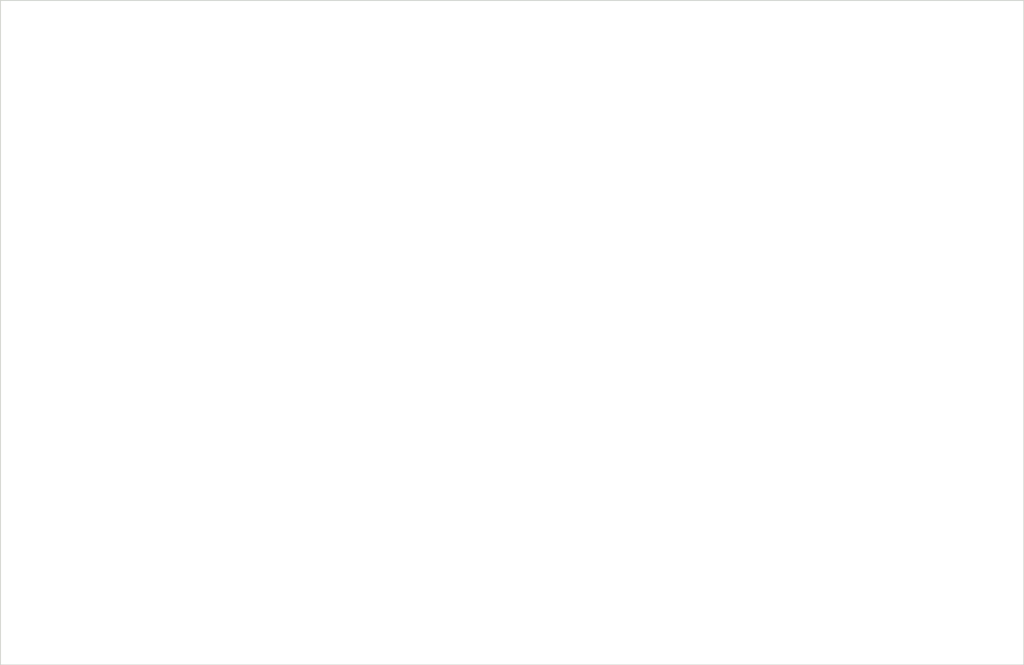
<source format=kicad_pcb>
(kicad_pcb (version 20221018) (generator pcbnew)

  (general
    (thickness 1.64592)
  )

  (paper "B")
  (layers
    (0 "F.Cu" signal)
    (31 "B.Cu" signal)
    (32 "B.Adhes" user "B.Adhesive")
    (33 "F.Adhes" user "F.Adhesive")
    (34 "B.Paste" user)
    (35 "F.Paste" user)
    (36 "B.SilkS" user "B.Silkscreen")
    (37 "F.SilkS" user "F.Silkscreen")
    (38 "B.Mask" user)
    (39 "F.Mask" user)
    (40 "Dwgs.User" user "User.Drawings")
    (41 "Cmts.User" user "User.Comments")
    (42 "Eco1.User" user "User.Eco1")
    (43 "Eco2.User" user "User.Eco2")
    (44 "Edge.Cuts" user)
    (45 "Margin" user)
    (46 "B.CrtYd" user "B.Courtyard")
    (47 "F.CrtYd" user "F.Courtyard")
    (48 "B.Fab" user)
    (49 "F.Fab" user)
    (50 "User.1" user)
    (51 "User.2" user)
    (52 "User.3" user)
    (53 "User.4" user)
    (54 "User.5" user)
    (55 "User.6" user)
    (56 "User.7" user)
    (57 "User.8" user)
    (58 "User.9" user)
  )

  (setup
    (stackup
      (layer "F.SilkS" (type "Top Silk Screen") (color "White") (material "Liquid Photo"))
      (layer "F.Paste" (type "Top Solder Paste"))
      (layer "F.Mask" (type "Top Solder Mask") (thickness 0.0254) (material "Dry Film") (epsilon_r 3.3) (loss_tangent 0))
      (layer "F.Cu" (type "copper") (thickness 0.03556))
      (layer "dielectric 1" (type "core") (thickness 1.524) (material "FR4") (epsilon_r 4.5) (loss_tangent 0.02))
      (layer "B.Cu" (type "copper") (thickness 0.03556))
      (layer "B.Mask" (type "Bottom Solder Mask") (thickness 0.0254) (material "Dry Film") (epsilon_r 3.3) (loss_tangent 0))
      (layer "B.Paste" (type "Bottom Solder Paste"))
      (layer "B.SilkS" (type "Bottom Silk Screen") (color "White") (material "Liquid Photo"))
      (copper_finish "ENIG")
      (dielectric_constraints no)
    )
    (pad_to_mask_clearance 0)
    (pcbplotparams
      (layerselection 0x00010fc_ffffffff)
      (plot_on_all_layers_selection 0x0000000_00000000)
      (disableapertmacros false)
      (usegerberextensions false)
      (usegerberattributes true)
      (usegerberadvancedattributes true)
      (creategerberjobfile true)
      (dashed_line_dash_ratio 12.000000)
      (dashed_line_gap_ratio 3.000000)
      (svgprecision 6)
      (plotframeref false)
      (viasonmask false)
      (mode 1)
      (useauxorigin false)
      (hpglpennumber 1)
      (hpglpenspeed 20)
      (hpglpendiameter 15.000000)
      (dxfpolygonmode true)
      (dxfimperialunits true)
      (dxfusepcbnewfont true)
      (psnegative false)
      (psa4output false)
      (plotreference true)
      (plotvalue true)
      (plotinvisibletext false)
      (sketchpadsonfab false)
      (subtractmaskfromsilk false)
      (outputformat 1)
      (mirror false)
      (drillshape 1)
      (scaleselection 1)
      (outputdirectory "")
    )
  )

  (net 0 "")

  (gr_rect (start 142.9512 78.994) (end 258.4958 154.0764)
    (stroke (width 0.1) (type default)) (fill none) (layer "Edge.Cuts") (tstamp ce5acb7c-26c3-4946-baab-aa45c22560cf))

)

</source>
